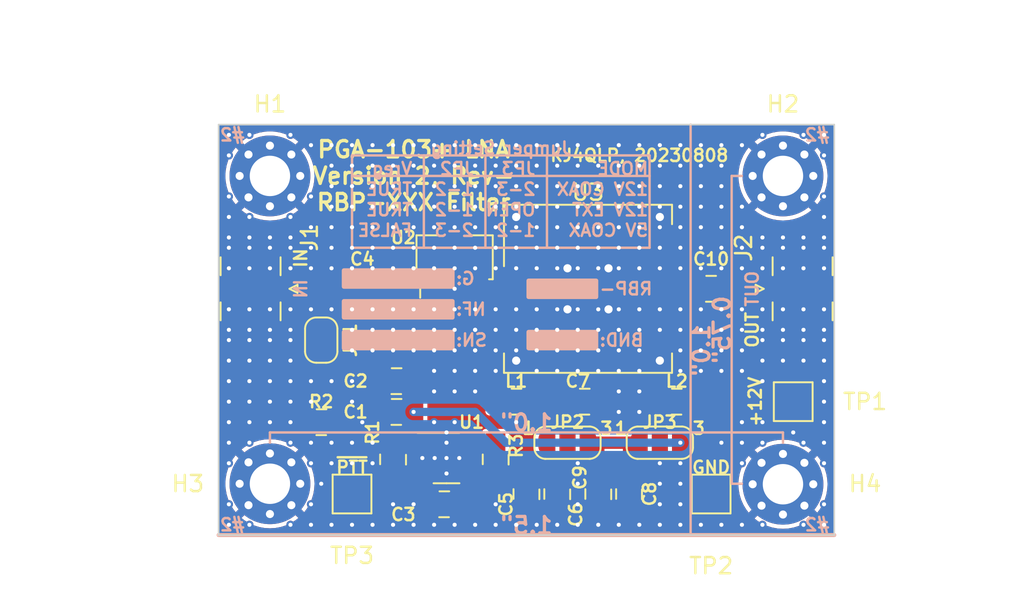
<source format=kicad_pcb>
(kicad_pcb (version 20221018) (generator pcbnew)
  (title_block (title "PGA-103+ Preamplifier, Version 1") (date "2023-08-08") (rev "-") (company "VTGS, GSN-DSA") (comment 1 "Preamplifier for VHF/UHF Satellite Rx") (comment 2 "Minicircuits RBP-XXX Variant") (comment 3 "creativecommons.org/licenses/by/4.0/") (comment 4 "License: CC BY 4.0") (comment 5 "Author: Zach Leffke, KJ4QLP"))
  (layers (0 "F.Cu" signal) (31 "B.Cu" signal) (34 "B.Paste" user) (35 "F.Paste" user) (36 "B.SilkS" user "B.Silkscreen") (37 "F.SilkS" user "F.Silkscreen") (38 "B.Mask" user) (39 "F.Mask" user) (44 "Edge.Cuts" user))
  (net 0 "")
  (net 1 "+12V")
  (net 2 "GND")
  (net 3 "Net-(U1-BP)")
  (net 4 "Net-(C4-Pad2)")
  (net 5 "Net-(J1-In)")
  (net 6 "+5V")
  (net 7 "Net-(JP1-B)")
  (net 8 "Net-(J2-In)")
  (net 9 "Net-(U3-OUT)")
  (net 10 "Net-(JP2-C)")
  (net 11 "Net-(U1-EN)")
  (net 12 "Net-(U1-OUT)")
  (net 13 "Net-(JP2-B)")
  (net 14 "Net-(JP3-C)")
  (net 15 "Net-(U3-IN)")
  (footprint "Jumper:SolderJumper-2_P1.3mm_Open_RoundedPad1.0x1.5mm" (layer "F.Cu") (at 101.6 114.935 -90)
    (fp_text reference "JP1")
    (fp_text value "SJO")
  )
  (footprint "digikey-footprints:0805" (layer "F.Cu") (at 118.745 124.46 90)
    (fp_text reference "C9")
    (fp_text value "0.1uF")
  )
  (footprint "digikey-footprints:0805" (layer "F.Cu") (at 106.045 122.335 -90)
    (fp_text reference "R1")
    (fp_text value "100k")
  )
  (footprint "digikey-footprints:0805" (layer "F.Cu") (at 120.65 124.46 90)
    (fp_text reference "C8")
    (fp_text value "1uF")
  )
  (footprint "digikey-footprints:0805" (layer "F.Cu") (at 106.265 119.38)
    (fp_text reference "C1")
    (fp_text value "1uF")
  )
  (footprint "Jumper:SolderJumper-3_P1.3mm_Open_RoundedPad1.0x1.5mm_NumberLabels" (layer "F.Cu") (at 122.555 121.285)
    (fp_text reference "JP3")
    (fp_text value "bias-tee")
  )
  (footprint "RF_Mini-Circuits:Mini-Circuits_GP731_LandPatternPL-176" (layer "F.Cu") (at 118.11 111.76)
    (fp_text reference "U3")
    (fp_text value "RBP-XXX")
  )
  (footprint "digikey-footprints:0805" (layer "F.Cu") (at 104.14 111.76)
    (fp_text reference "C4")
    (fp_text value "18pF")
  )
  (footprint "MountingHole:MountingHole_2.5mm_Pad_Via" (layer "F.Cu") (at 130.175 104.775)
    (fp_text reference "H2")
    (fp_text value "Hole")
  )
  (footprint "digikey-footprints:0805" (layer "F.Cu") (at 116.205 124.46 90)
    (fp_text reference "C6")
    (fp_text value "0.1uF")
  )
  (footprint "TestPoint:TestPoint_Pad_2.0x2.0mm" (layer "F.Cu") (at 130.81 118.745)
    (fp_text reference "TP1")
    (fp_text value "+12V")
  )
  (footprint "Jumper:SolderJumper-3_P1.3mm_Open_RoundedPad1.0x1.5mm_NumberLabels" (layer "F.Cu") (at 116.84 121.285)
    (fp_text reference "JP2")
    (fp_text value "bias-tee")
  )
  (footprint "Connector_Coaxial:SMA_Samtec_SMA-J-P-X-ST-EM1_EdgeMount" (layer "F.Cu") (at 131.245 111.76 90)
    (fp_text reference "J2")
    (fp_text value "RF_OUT")
  )
  (footprint "Connector_Coaxial:SMA_Samtec_SMA-J-P-X-ST-EM1_EdgeMount" (layer "F.Cu") (at 97.3725 111.76 -90)
    (fp_text reference "J1")
    (fp_text value "RF_IN")
  )
  (footprint "digikey-footprints:0805" (layer "F.Cu") (at 106.265 117.475)
    (fp_text reference "C2")
    (fp_text value "0.1uF")
  )
  (footprint "MountingHole:MountingHole_2.5mm_Pad_Via" (layer "F.Cu") (at 130.175 123.855)
    (fp_text reference "H4")
    (fp_text value "Hole")
  )
  (footprint "digikey-footprints:0805" (layer "F.Cu") (at 125.73 111.76)
    (fp_text reference "C10")
    (fp_text value "18pF")
  )
  (footprint "digikey-footprints:0805" (layer "F.Cu") (at 109.22 125.095)
    (fp_text reference "C3")
    (fp_text value "0.1uF")
  )
  (footprint "digikey-footprints:0805" (layer "F.Cu") (at 113.665 118.745 180)
    (fp_text reference "L1")
    (fp_text value "56nH")
  )
  (footprint "MountingHole:MountingHole_2.5mm_Pad_Via" (layer "F.Cu") (at 98.425 104.775)
    (fp_text reference "H1")
    (fp_text value "Hole")
  )
  (footprint "MountingHole:MountingHole_2.5mm_Pad_Via" (layer "F.Cu") (at 98.425 123.825)
    (fp_text reference "H3")
    (fp_text value "Hole")
  )
  (footprint "digikey-footprints:0805" (layer "F.Cu") (at 114.3 124.46 90)
    (fp_text reference "C5")
    (fp_text value "10uF")
  )
  (footprint "digikey-footprints:0805" (layer "F.Cu") (at 123.605 118.745)
    (fp_text reference "L2")
    (fp_text value "470uH")
  )
  (footprint "digikey-footprints:0805" (layer "F.Cu") (at 112.395 122.335 -90)
    (fp_text reference "R3")
    (fp_text value "0")
  )
  (footprint "Package_TO_SOT_SMD:SOT-23-5" (layer "F.Cu") (at 109.3525 122.235)
    (fp_text reference "U1")
    (fp_text value "SPX3819M5-L-5-0")
  )
  (footprint "digikey-footprints:0805" (layer "F.Cu") (at 101.6 120.015 180)
    (fp_text reference "R2")
    (fp_text value "DNP")
  )
  (footprint "TestPoint:TestPoint_Pad_2.0x2.0mm" (layer "F.Cu") (at 103.505 124.46)
    (fp_text reference "TP3")
    (fp_text value "PTT")
  )
  (footprint "TestPoint:TestPoint_Pad_2.0x2.0mm" (layer "F.Cu") (at 125.73 124.46)
    (fp_text reference "TP2")
    (fp_text value "GND")
  )
  (footprint "Package_TO_SOT_SMD:SOT-89-3" (layer "F.Cu") (at 109.855 109.81 90)
    (fp_text reference "U2")
    (fp_text value "PGA-103")
  )
  (footprint "digikey-footprints:0805" (layer "F.Cu") (at 117.89 118.745 180)
    (fp_text reference "C7")
    (fp_text value "18pF")
  )
  (gr_line (start 103.505 103.505) (end 121.92 103.505) (stroke (width 0.15)) (layer "B.SilkS"))
  (gr_line (start 115.57 103.505) (end 115.57 109.22) (stroke (width 0.15)) (layer "B.SilkS"))
  (gr_line (start 121.92 104.775) (end 103.505 104.775) (stroke (width 0.15)) (layer "B.SilkS"))
  (gr_line (start 121.92 109.22) (end 103.505 109.22) (stroke (width 0.15)) (layer "B.SilkS"))
  (gr_line (start 127 123.825) (end 127.635 123.825) (stroke (width 0.15)) (layer "B.SilkS"))
  (gr_line (start 103.505 109.22) (end 103.505 103.505) (stroke (width 0.15)) (layer "B.SilkS"))
  (gr_line (start 127 104.775) (end 127 123.825) (stroke (width 0.15)) (layer "B.SilkS"))
  (gr_line (start 121.92 103.505) (end 121.92 109.22) (stroke (width 0.15)) (layer "B.SilkS"))
  (gr_line (start 95.25 127) (end 133.35 127) (stroke (width 0.254)) (layer "B.SilkS"))
  (gr_line (start 130.175 120.65) (end 130.175 121.285) (stroke (width 0.15)) (layer "B.SilkS"))
  (gr_line (start 98.425 120.65) (end 98.425 121.285) (stroke (width 0.15)) (layer "B.SilkS"))
  (gr_line (start 98.425 120.65) (end 130.175 120.65) (stroke (width 0.15)) (layer "B.SilkS"))
  (gr_line (start 127.635 104.775) (end 127 104.775) (stroke (width 0.15)) (layer "B.SilkS"))
  (gr_line (start 107.95 103.505) (end 107.95 109.22) (stroke (width 0.15)) (layer "B.SilkS"))
  (gr_line (start 124.46 101.6) (end 124.46 127) (stroke (width 0.15)) (layer "B.SilkS"))
  (gr_line (start 111.76 109.22) (end 111.76 103.505) (stroke (width 0.15)) (layer "B.SilkS"))
  (gr_line (start 133.35 101.6) (end 133.35 127) (stroke (width 0.1)) (layer "Edge.Cuts"))
  (gr_line (start 95.25 101.6) (end 133.35 101.6) (stroke (width 0.1)) (layer "Edge.Cuts"))
  (gr_line (start 95.25 127) (end 95.25 101.6) (stroke (width 0.1)) (layer "Edge.Cuts"))
  (gr_line (start 133.35 127) (end 95.25 127) (stroke (width 0.1)) (layer "Edge.Cuts"))
  (gr_text "TRUE" (at 107.315 106.045) (layer "B.SilkS") (effects (font (size 0.762 0.762) (thickness 0.1524) bold) (justify left bottom mirror)))
  (gr_text "1-2" (at 114.935 108.585) (layer "B.SilkS") (effects (font (size 0.762 0.762) (thickness 0.1524) bold) (justify left bottom mirror)))
  (gr_text "IN" (at 100.33 111.76 90) (layer "B.SilkS") (effects (font (size 0.762 0.762) (thickness 0.1524) bold) (justify mirror)))
  (gr_text "5V COAX" (at 121.92 108.585) (layer "B.SilkS") (effects (font (size 0.762 0.762) (thickness 0.1524) bold) (justify left bottom mirror)))
  (gr_text "1-2" (at 111.125 106.045) (layer "B.SilkS") (effects (font (size 0.762 0.762) (thickness 0.1524) bold) (justify left bottom mirror)))
  (gr_text "2-3" (at 111.125 108.585) (layer "B.SilkS") (effects (font (size 0.762 0.762) (thickness 0.1524) bold) (justify left bottom mirror)))
  (gr_text "Jumper Setting" (at 112.7125 103.505) (layer "B.SilkS") (effects (font (size 0.762 0.762) (thickness 0.1524) bold) (justify bottom mirror)))
  (gr_text "BND:" (at 118.745 114.935) (layer "B.SilkS") (effects (font (size 0.762 0.762) (thickness 0.1524) bold) (justify right mirror)))
  (gr_text "G:" (at 109.855 111.125) (layer "B.SilkS") (effects (font (size 0.762 0.762) (thickness 0.1524) bold) (justify right mirror)))
  (gr_text "JP2" (at 111.125 104.775) (layer "B.SilkS") (effects (font (size 0.762 0.762) (thickness 0.1524) bold) (justify left bottom mirror)))
  (gr_text "0.75{dblquote}" (at 127 114.3 90) (layer "B.SilkS") (effects (font (size 1.016 1.016) (thickness 0.2032) bold) (justify bottom mirror)))
  (gr_text "SN:" (at 109.855 114.935) (layer "B.SilkS") (effects (font (size 0.762 0.762) (thickness 0.1524) bold) (justify right mirror)))
  (gr_text "FALSE" (at 107.315 108.585) (layer "B.SilkS") (effects (font (size 0.762 0.762) (thickness 0.1524) bold) (justify left bottom mirror)))
  (gr_text "1.0{dblquote}" (at 114.3 120.65) (layer "B.SilkS") (effects (font (size 1.016 1.016) (thickness 0.2032) bold) (justify bottom mirror)))
  (gr_text "1.0{dblquote}" (at 125.73 115.57 90) (layer "B.SilkS") (effects (font (size 1.016 1.016) (thickness 0.2032) bold) (justify bottom mirror)))
  (gr_text "MODE" (at 121.92 104.775) (layer "B.SilkS") (effects (font (size 0.762 0.762) (thickness 0.1524) bold) (justify left bottom mirror)))
  (gr_text "1.5{dblquote}" (at 114.3 127) (layer "B.SilkS") (effects (font (size 1.016 1.016) (thickness 0.2032) bold) (justify bottom mirror)))
  (gr_text "12V COAX" (at 121.92 106.045) (layer "B.SilkS") (effects (font (size 0.762 0.762) (thickness 0.1524) bold) (justify left bottom mirror)))
  (gr_text "Vreg" (at 107.315 104.775) (layer "B.SilkS") (effects (font (size 0.762 0.762) (thickness 0.1524) bold) (justify left bottom mirror)))
  (gr_text "NF:" (at 109.855 113.03) (layer "B.SilkS") (effects (font (size 0.762 0.762) (thickness 0.1524) bold) (justify right mirror)))
  (gr_text "#2" (at 131.445 126.365) (layer "B.SilkS") (effects (font (size 0.762 0.762) (thickness 0.1524) bold) (justify right mirror)))
  (gr_text "RBP-" (at 118.745 111.76) (layer "B.SilkS") (effects (font (size 0.762 0.762) (thickness 0.1524) bold) (justify right mirror)))
  (gr_text "#2" (at 95.25 102.235) (layer "B.SilkS") (effects (font (size 0.762 0.762) (thickness 0.1524) bold) (justify right mirror)))
  (gr_text "JP3" (at 114.935 104.775) (layer "B.SilkS") (effects (font (size 0.762 0.762) (thickness 0.1524) bold) (justify left bottom mirror)))
  (gr_text "#2" (at 95.25 126.365) (layer "B.SilkS") (effects (font (size 0.762 0.762) (thickness 0.1524) bold) (justify right mirror)))
  (gr_text "2-3" (at 114.935 106.045) (layer "B.SilkS") (effects (font (size 0.762 0.762) (thickness 0.1524) bold) (justify left bottom mirror)))
  (gr_text "#2" (at 131.445 102.235) (layer "B.SilkS") (effects (font (size 0.762 0.762) (thickness 0.1524) bold) (justify right mirror)))
  (gr_text "OUT" (at 128.27 111.76 90) (layer "B.SilkS") (effects (font (size 0.762 0.762) (thickness 0.1524) bold) (justify mirror)))
  (gr_text "12V EXT" (at 121.92 107.315) (layer "B.SilkS") (effects (font (size 0.762 0.762) (thickness 0.1524) bold) (justify left bottom mirror)))
  (gr_text "OPEN" (at 114.935 107.315) (layer "B.SilkS") (effects (font (size 0.762 0.762) (thickness 0.1524) bold) (justify left bottom mirror)))
  (gr_text "1-2" (at 111.125 107.315) (layer "B.SilkS") (effects (font (size 0.762 0.762) (thickness 0.1524) bold) (justify left bottom mirror)))
  (gr_text "TRUE" (at 107.315 107.315) (layer "B.SilkS") (effects (font (size 0.762 0.762) (thickness 0.1524) bold) (justify left bottom mirror)))
  (gr_text "IN" (at 100.33 109.855 90) (layer "F.SilkS") (effects (font (size 0.762 0.762) (thickness 0.1524) bold)))
  (gr_text "+12V" (at 128.905 118.745 90) (layer "F.SilkS") (effects (font (size 0.762 0.762) (thickness 0.1524) bold) (justify bottom)))
  (gr_text "GND" (at 125.73 123.26) (layer "F.SilkS") (effects (font (size 0.762 0.762) (thickness 0.1524) bold) (justify bottom)))
  (gr_text "KJ4QLP, 20230808" (at 121.285 103.505) (layer "F.SilkS") (effects (font (size 0.762 0.762) (thickness 0.1524) bold)))
  (gr_text "~{PTT}" (at 103.505 123.26) (layer "F.SilkS") (effects (font (size 0.762 0.762) (thickness 0.1524) bold) (justify bottom)))
  (gr_text "PGA-103+ LNA\nVersion 2, Rev-\nRBP-XXX Filter" (at 107.315 104.775) (layer "F.SilkS") (effects (font (size 1.016 1.016) (thickness 0.2032) bold)))
  (gr_text "OUT" (at 128.27 114.3 90) (layer "F.SilkS") (effects (font (size 0.762 0.762) (thickness 0.1524) bold)))
  (segment (start 127.635 118.745) (end 130.81 118.745) (width 0.762) (layer "F.Cu") (net 1))
  (segment (start 123.855 121.285) (end 125.095 121.285) (width 0.762) (layer "F.Cu") (net 1))
  (segment (start 108.215 121.285) (end 107.315 121.285) (width 0.508) (layer "F.Cu") (net 1))
  (segment (start 107.315 117.475) (end 107.315 119.38) (width 0.762) (layer "F.Cu") (net 1))
  (segment (start 125.095 121.285) (end 127.635 118.745) (width 0.762) (layer "F.Cu") (net 1))
  (segment (start 107.315 121.285) (end 106.045 121.285) (width 0.508) (layer "F.Cu") (net 1))
  (segment (start 107.315 119.38) (end 107.315 121.285) (width 0.508) (layer "F.Cu") (net 1))
  (via (at 123.825 121.285) (size 0.508) (drill 0.254) (layers "F.Cu" "B.Cu") (net 1))
  (via (at 107.315 119.38) (size 0.508) (drill 0.254) (layers "F.Cu" "B.Cu") (net 1))
  (segment (start 107.315 119.38) (end 111.125 119.38) (width 0.508) (layer "B.Cu") (net 1))
  (segment (start 113.03 121.285) (end 123.825 121.285) (width 0.508) (layer "B.Cu") (net 1))
  (segment (start 111.125 119.38) (end 113.03 121.285) (width 0.508) (layer "B.Cu") (net 1))
  (via (at 116.205 114.3) (size 0.508) (drill 0.254) (layers "F.Cu" "B.Cu") (net 2))
  (via (at 113.665 114.3) (size 0.508) (drill 0.254) (layers "F.Cu" "B.Cu") (net 2))
  (via (at 120.015 102.87) (size 0.508) (drill 0.254) (layers "F.Cu" "B.Cu") (net 2))
  (via (at 127.635 120.015) (size 0.508) (drill 0.254) (layers "F.Cu" "B.Cu") (net 2))
  (via (at 114.935 115.57) (size 0.508) (drill 0.254) (layers "F.Cu" "B.Cu") (net 2))
  (via (at 131.445 116.205) (size 0.508) (drill 0.254) (layers "F.Cu" "B.Cu") (net 2))
  (via (at 104.775 107.95) (size 0.508) (drill 0.254) (layers "F.Cu" "B.Cu") (net 2))
  (via (at 118.745 126.365) (size 0.508) (drill 0.254) (layers "F.Cu" "B.Cu") (net 2))
  (via (at 99.695 120.015) (size 0.508) (drill 0.254) (layers "F.Cu" "B.Cu") (net 2))
  (via (at 95.885 107.315) (size 0.508) (drill 0.254) (layers "F.Cu" "B.Cu") (net 2))
  (via (at 104.775 102.87) (size 0.508) (drill 0.254) (layers "F.Cu" "B.Cu") (net 2))
  (via (at 107.315 125.095) (size 0.508) (drill 0.254) (layers "F.Cu" "B.Cu") (net 2))
  (via (at 123.825 106.68) (size 0.508) (drill 0.254) (layers "F.Cu" "B.Cu") (net 2))
  (via (at 100.965 107.95) (size 0.508) (drill 0.254) (layers "F.Cu" "B.Cu") (net 2))
  (via (at 102.235 105.41) (size 0.508) (drill 0.254) (layers "F.Cu" "B.Cu") (net 2))
  (via (at 95.885 113.03) (size 0.508) (drill 0.254) (layers "F.Cu" "B.Cu") (net 2))
  (via (at 103.505 117.475) (size 0.508) (drill 0.254) (layers "F.Cu" "B.Cu") (net 2))
  (via (at 121.285 107.95) (size 0.508) (drill 0.254) (layers "F.Cu" "B.Cu") (net 2))
  (via (at 113.665 107.95) (size 0.508) (drill 0.254) (layers "F.Cu" "B.Cu") (net 2))
  (via (at 112.395 125.095) (size 0.508) (drill 0.254) (layers "F.Cu" "B.Cu") (net 2))
  (via (at 109.855 120.015) (size 0.508) (drill 0.254) (layers "F.Cu" "B.Cu") (net 2))
  (via (at 122.555 126.365) (size 0.508) (drill 0.254) (layers "F.Cu" "B.Cu") (net 2))
  (via (at 127.635 126.365) (size 0.508) (drill 0.254) (layers "F.Cu" "B.Cu") (net 2))
  (via (at 118.745 114.3) (size 0.508) (drill 0.254) (layers "F.Cu" "B.Cu") (net 2))
  (via (at 127.635 113.03) (size 0.508) (drill 0.254) (layers "F.Cu" "B.Cu") (net 2))
  (via (at 120.015 110.49) (size 0.508) (drill 0.254) (layers "F.Cu" "B.Cu") (net 2))
  (via (at 128.905 110.49) (size 0.508) (drill 0.254) (layers "F.Cu" "B.Cu") (net 2))
  (via (at 117.475 110.49) (size 0.508) (drill 0.254) (layers "F.Cu" "B.Cu") (net 2))
  (via (at 116.205 102.87) (size 0.508) (drill 0.254) (layers "F.Cu" "B.Cu") (net 2))
  (via (at 120.015 109.22) (size 0.508) (drill 0.254) (layers "F.Cu" "B.Cu") (net 2))
  (via (at 122.555 114.3) (size 0.508) (drill 0.254) (layers "F.Cu" "B.Cu") (net 2))
  (via (at 122.555 125.095) (size 0.508) (drill 0.254) (layers "F.Cu" "B.Cu") (net 2))
  (via (at 99.695 114.3) (size 0.508) (drill 0.254) (layers "F.Cu" "B.Cu") (net 2))
  (via (at 116.205 105.41) (size 0.508) (drill 0.254) (layers "F.Cu" "B.Cu") (net 2))
  (via (at 107.857 122.235) (size 0.508) (drill 0.254) (layers "F.Cu" "B.Cu") (net 2))
  (via (at 125.095 104.14) (size 0.508) (drill 0.254) (layers "F.Cu" "B.Cu") (net 2))
  (via (at 114.935 104.14) (size 0.508) (drill 0.254) (layers "F.Cu" "B.Cu") (net 2))
  (via (at 122.555 107.95) (size 0.508) (drill 0.254) (layers "F.Cu" "B.Cu") (net 2))
  (via (at 100.965 109.22) (size 0.508) (drill 0.254) (layers "F.Cu" "B.Cu") (net 2))
  (via (at 98.425 120.015) (size 0.508) (drill 0.254) (layers "F.Cu" "B.Cu") (net 2))
  (via (at 114.935 114.3) (size 0.508) (drill 0.254) (layers "F.Cu" "B.Cu") (net 2))
  (via (at 131.445 109.22) (size 0.508) (drill 0.254) (layers "F.Cu" "B.Cu") (net 2))
  (via (at 127.635 109.22) (size 0.508) (drill 0.254) (layers "F.Cu" "B.Cu") (net 2))
  (via (at 95.885 120.015) (size 0.508) (drill 0.254) (layers "F.Cu" "B.Cu") (net 2))
  (via (at 102.235 102.87) (size 0.508) (drill 0.254) (layers "F.Cu" "B.Cu") (net 2))
  (via (at 113.665 102.87) (size 0.508) (drill 0.254) (layers "F.Cu" "B.Cu") (net 2))
  (via (at 121.285 116.84) (size 0.508) (drill 0.254) (layers "F.Cu" "B.Cu") (net 2))
  (via (at 103.505 114.3) (size 0.508) (drill 0.254) (layers "F.Cu" "B.Cu") (net 2))
  (via (at 108.585 109.22) (size 0.508) (drill 0.254) (layers "F.Cu" "B.Cu") (net 2))
  (via (at 123.825 107.95) (size 0.508) (drill 0.254) (layers "F.Cu" "B.Cu") (net 2))
  (via (at 97.155 120.015) (size 0.508) (drill 0.254) (layers "F.Cu" "B.Cu") (net 2))
  (via (at 106.045 106.68) (size 0.508) (drill 0.254) (layers "F.Cu" "B.Cu") (net 2))
  (via (at 131.445 114.3) (size 0.508) (drill 0.254) (layers "F.Cu" "B.Cu") (net 2))
  (via (at 100.965 121.285) (size 0.508) (drill 0.254) (layers "F.Cu" "B.Cu") (net 2))
  (via (at 130.175 109.22) (size 0.508) (drill 0.254) (layers "F.Cu" "B.Cu") (net 2))
  (via (at 116.205 116.84) (size 0.508) (drill 0.254) (layers "F.Cu" "B.Cu") (net 2))
  (via (at 125.095 113.03) (size 0.508) (drill 0.254) (layers "F.Cu" "B.Cu") (net 2))
  (via (at 104.775 104.14) (size 0.508) (drill 0.254) (layers "F.Cu" "B.Cu") (net 2))
  (via (at 116.205 107.95) (size 0.508) (drill 0.254) (layers "F.Cu" "B.Cu") (net 2))
  (via (at 122.555 109.22) (size 0.508) (drill 0.254) (layers "F.Cu" "B.Cu") (net 2))
  (via (at 108.585 104.14) (size 0.508) (drill 0.254) (layers "F.Cu" "B.Cu") (net 2))
  (via (at 99.695 110.49) (size 0.508) (drill 0.254) (layers "F.Cu" "B.Cu") (net 2))
  (via (at 103.505 110.49) (size 0.508) (drill 0.254) (layers "F.Cu" "B.Cu") (net 2))
  (via (at 126.365 121.285) (size 0.508) (drill 0.254) (layers "F.Cu" "B.Cu") (net 2))
  (via (at 122.555 113.03) (size 0.508) (drill 0.254) (layers "F.Cu" "B.Cu") (net 2))
  (via (at 117.475 104.14) (size 0.508) (drill 0.254) (layers "F.Cu" "B.Cu") (net 2))
  (via (at 102.235 107.95) (size 0.508) (drill 0.254) (layers "F.Cu" "B.Cu") (net 2))
  (via (at 116.205 104.14) (size 0.508) (drill 0.254) (layers "F.Cu" "B.Cu") (net 2))
  (via (at 126.365 115.57) (size 0.508) (drill 0.254) (layers "F.Cu" "B.Cu") (net 2))
  (via (at 122.555 123.825) (size 0.508) (drill 0.254) (layers "F.Cu" "B.Cu") (net 2))
  (via (at 127.635 116.84) (size 0.508) (drill 0.254) (layers "F.Cu" "B.Cu") (net 2))
  (via (at 127.635 115.57) (size 0.508) (drill 0.254) (layers "F.Cu" "B.Cu") (net 2))
  (via (at 98.425 114.3) (size 0.508) (drill 0.254) (layers "F.Cu" "B.Cu") (net 2))
  (via (at 111.125 106.68) (size 0.508) (drill 0.254) (layers "F.Cu" "B.Cu") (net 2))
  (via (at 97.155 118.745) (size 0.508) (drill 0.254) (layers "F.Cu" "B.Cu") (net 2))
  (via (at 111.125 102.87) (size 0.508) (drill 0.254) (layers "F.Cu" "B.Cu") (net 2))
  (via (at 121.285 114.3) (size 0.508) (drill 0.254) (layers "F.Cu" "B.Cu") (net 2))
  (via (at 123.825 113.03) (size 0.508) (drill 0.254) (layers "F.Cu" "B.Cu") (net 2))
  (via (at 126.365 102.87) (size 0.508) (drill 0.254) (layers "F.Cu" "B.Cu") (net 2))
  (via (at 97.155 121.285) (size 0.508) (drill 0.254) (layers "F.Cu" "B.Cu") (net 2))
  (via (at 97.155 113.03) (size 0.508) (drill 0.254) (layers "F.Cu" "B.Cu") (net 2))
  (via (at 102.235 113.03) (size 0.508) (drill 0.254) (layers "F.Cu" "B.Cu") (net 2))
  (via (at 111.125 113.03) (size 0.508) (drill 0.254) (layers "F.Cu" "B.Cu") (net 2))
  (via (at 117.475 109.22) (size 0.508) (drill 0.254) (layers "F.Cu" "B.Cu") (net 2))
  (via (at 128.905 102.235) (size 0.508) (drill 0.254) (layers "F.Cu" "B.Cu") (net 2))
  (via (at 109.3525 120.65) (size 0.508) (drill 0.254) (layers "F.Cu" "B.Cu") (net 2))
  (via (at 97.155 102.235) (size 0.508) (drill 0.254) (layers "F.Cu" "B.Cu") (net 2))
  (via (at 131.445 113.03) (size 0.508) (drill 0.254) (layers "F.Cu" "B.Cu") (net 2))
  (via (at 104.775 122.555) (size 0.508) (drill 0.254) (layers "F.Cu" "B.Cu") (net 2))
  (via (at 117.475 105.41) (size 0.508) (drill 0.254) (layers "F.Cu" "B.Cu") (net 2))
  (via (at 117.475 116.84) (size 0.508) (drill 0.254) (layers "F.Cu" "B.Cu") (net 2))
  (via (at 109.3525 121.285) (size 0.508) (drill 0.254) (layers "F.Cu" "B.Cu") (net 2))
  (via (at 99.695 109.22) (size 0.508) (drill 0.254) (layers "F.Cu" "B.Cu") (net 2))
  (via (at 114.935 107.95) (size 0.508) (drill 0.254) (layers "F.Cu" "B.Cu") (net 2))
  (via (at 111.125 110.49) (size 0.508) (drill 0.254) (layers "F.Cu" "B.Cu") (net 2))
  (via (at 120.015 114.3) (size 0.508) (drill 0.254) (layers "F.Cu" "B.Cu") (net 2))
  (via (at 99.695 126.365) (size 0.508) (drill 0.254) (layers "F.Cu" "B.Cu") (net 2))
  (via (at 114.935 126.365) (size 0.508) (drill 0.254) (layers "F.Cu" "B.Cu") (net 2))
  (via (at 130.175 110.49) (size 0.508) (drill 0.254) (layers "F.Cu" "B.Cu") (net 2))
  (via (at 104.775 106.68) (size 0.508) (drill 0.254) (layers "F.Cu" "B.Cu") (net 2))
  (via (at 103.505 121.285) (size 0.508) (drill 0.254) (layers "F.Cu" "B.Cu") (net 2))
  (via (at 132.715 108.585) (size 0.508) (drill 0.254) (layers "F.Cu" "B.Cu") (net 2))
  (via (at 99.695 118.745) (size 0.508) (drill 0.254) (layers "F.Cu" "B.Cu") (net 2))
  (via (at 132.715 113.03) (size 0.508) (drill 0.254) (layers "F.Cu" "B.Cu") (net 2))
  (via (at 125.095 126.365) (size 0.508) (drill 0.254) (layers "F.Cu" "B.Cu") (net 2))
  (via (at 125.095 109.22) (size 0.508) (drill 0.254) (layers "F.Cu" "B.Cu") (net 2))
  (via (at 95.885 116.205) (size 0.508) (drill 0.254) (layers "F.Cu" "B.Cu") (net 2))
  (via (at 112.395 102.87) (size 0.508) (drill 0.254) (layers "F.Cu" "B.Cu") (net 2))
  (via (at 121.285 119.38) (size 0.508) (drill 0.254) (layers "F.Cu" "B.Cu") (net 2))
  (via (at 109.855 111.76) (size 0.508) (drill 0.254) (layers "F.Cu" "B.Cu") (net 2))
  (via (at 117.475 126.365) (size 0.508) (drill 0.254) (layers "F.Cu" "B.Cu") (net 2))
  (via (at 123.825 104.14) (size 0.508) (drill 0.254) (layers "F.Cu" "B.Cu") (net 2))
  (via (at 122.555 104.14) (size 0.508) (drill 0.254) (layers "F.Cu" "B.Cu") (net 2))
  (via (at 103.505 115.57) (size 0.508) (drill 0.254) (layers "F.Cu" "B.Cu") (net 2))
  (via (at 132.715 110.49) (size 0.508) (drill 0.254) (layers "F.Cu" "B.Cu") (net 2))
  (via (at 104.14 120.015) (size 0.508) (drill 0.254) (layers "F.Cu" "B.Cu") (net 2))
  (via (at 108.619 122.235) (size 0.508) (drill 0.254) (layers "F.Cu" "B.Cu") (net 2))
  (via (at 97.155 114.3) (size 0.508) (drill 0.254) (layers "F.Cu" "B.Cu") (net 2))
  (via (at 120.015 115.57) (size 0.508) (drill 0.254) (layers "F.Cu" "B.Cu") (net 2))
  (via (at 132.715 106.045) (size 0.508) (drill 0.254) (layers "F.Cu" "B.Cu") (net 2))
  (via (at 122.555 110.49) (size 0.508) (drill 0.254) (layers "F.Cu" "B.Cu") (net 2))
  (via (at 118.745 115.57) (size 0.508) (drill 0.254) (layers "F.Cu" "B.Cu") (net 2))
  (via (at 109.855 102.87) (size 0.508) (drill 0.254) (layers "F.Cu" "B.Cu") (net 2))
  (via (at 121.285 118.11) (size 0.508) (drill 0.254) (layers "F.Cu" "B.Cu") (net 2))
  (via (at 128.905 116.205) (size 0.508) (drill 0.254) (layers "F.Cu" "B.Cu") (net 2))
  (via (at 123.825 122.555) (size 0.508) (drill 0.254) (layers "F.Cu" "B.Cu") (net 2))
  (via (at 126.365 105.41) (size 0.508) (drill 0.254) (layers "F.Cu" "B.Cu") (net 2))
  (via (at 107.315 126.365) (size 0.508) (drill 0.254) (layers "F.Cu" "B.Cu") (net 2))
  (via (at 126.365 106.68) (size 0.508) (drill 0.254) (layers "F.Cu" "B.Cu") (net 2))
  (via (at 100.965 118.745) (size 0.508) (drill 0.254) (layers "F.Cu" "B.Cu") (net 2))
  (via (at 114.935 113.03) (size 0.508) (drill 0.254) (layers "F.Cu" "B.Cu") (net 2))
  (via (at 98.425 117.475) (size 0.508) (drill 0.254) (layers "F.Cu" "B.Cu") (net 2))
  (via (at 102.235 126.365) (size 0.508) (drill 0.254) (layers "F.Cu" "B.Cu") (net 2))
  (via (at 132.715 114.935) (size 0.508) (drill 0.254) (layers "F.Cu" "B.Cu") (net 2))
  (via (at 116.205 115.57) (size 0.508) (drill 0.254) (layers "F.Cu" "B.Cu") (net 2))
  (via (at 95.885 110.49) (size 0.508) (drill 0.254) (layers "F.Cu" "B.Cu") (net 2))
  (via (at 117.475 115.57) (size 0.508) (drill 0.254) (layers "F.Cu" "B.Cu") (net 2))
  (via (at 107.315 102.87) (size 0.508) (drill 0.254) (layers "F.Cu" "B.Cu") (net 2))
  (via (at 128.905 121.285) (size 0.508) (drill 0.254) (layers "F.Cu" "B.Cu") (net 2))
  (via (at 102.235 121.285) (size 0.508) (drill 0.254) (layers "F.Cu" "B.Cu") (net 2))
  (via (at 126.365 109.22) (size 0.508) (drill 0.254) (layers "F.Cu" "B.Cu") (net 2))
  (via (at 100.965 126.365) (size 0.508) (drill 0.254) (layers "F.Cu" "B.Cu") (net 2))
  (via (at 108.585 116.84) (size 0.508) (drill 0.254) (layers "F.Cu" "B.Cu") (net 2))
  (via (at 95.885 118.745) (size 0.508) (drill 0.254) (layers "F.Cu" "B.Cu") (net 2))
  (via (at 116.205 113.03) (size 0.508) (drill 0.254) (layers "F.Cu" "B.Cu") (net 2))
  (via (at 123.825 102.87) (size 0.508) (drill 0.254) (layers "F.Cu" "B.Cu") (net 2))
  (via (at 123.825 123.825) (size 0.508) (drill 0.254) (layers "F.Cu" "B.Cu") (net 2))
  (via (at 106.045 115.57) (size 0.508) (drill 0.254) (layers "F.Cu" "B.Cu") (net 2))
  (via (at 97.155 107.315) (size 0.508) (drill 0.254) (layers "F.Cu" "B.Cu") (net 2))
  (via (at 120.015 105.41) (size 0.508) (drill 0.254) (layers "F.Cu" "B.Cu") (net 2))
  (via (at 117.475 113.03) (size 0.508) (drill 0.254) (layers "F.Cu" "B.Cu") (net 2))
  (via (at 103.505 107.95) (size 0.508) (drill 0.254) (layers "F.Cu" "B.Cu") (net 2))
  (via (at 106.045 105.41) (size 0.508) (drill 0.254) (layers "F.Cu" "B.Cu") (net 2))
  (via (at 107.315 105.41) (size 0.508) (drill 0.254) (layers "F.Cu" "B.Cu") (net 2))
  (via (at 111.125 118.11) (size 0.508) (drill 0.254) (layers "F.Cu" "B.Cu") (net 2))
  (via (at 132.715 107.315) (size 0.508) (drill 0.254) (layers "F.Cu" "B.Cu") (net 2))
  (via (at 99.695 114.935) (size 0.508) (drill 0.254) (layers "F.Cu" "B.Cu") (net 2))
  (via (at 98.425 118.745) (size 0.508) (drill 0.254) (layers "F.Cu" "B.Cu") (net 2))
  (via (at 106.045 104.14) (size 0.508) (drill 0.254) (layers "F.Cu" "B.Cu") (net 2))
  (via (at 107.315 110.49) (size 0.508) (drill 0.254) (layers "F.Cu" "B.Cu") (net 2))
  (via (at 114.935 105.41) (size 0.508) (drill 0.254) (layers "F.Cu" "B.Cu") (net 2))
  (via (at 122.555 102.87) (size 0.508) (drill 0.254) (layers "F.Cu" "B.Cu") (net 2))
  (via (at 100.965 110.49) (size 0.508) (drill 0.254) (layers "F.Cu" "B.Cu") (net 2))
  (via (at 113.665 110.49) (size 0.508) (drill 0.254) (layers "F.Cu" "B.Cu") (net 2))
  (via (at 116.205 110.49) (size 0.508) (drill 0.254) (layers "F.Cu" "B.Cu") (net 2))
  (via (at 107.315 107.95) (size 0.508) (drill 0.254) (layers "F.Cu" "B.Cu") (net 2))
  (via (at 104.775 110.49) (size 0.508) (drill 0.254) (layers "F.Cu" "B.Cu") (net 2))
  (via (at 103.505 102.87) (size 0.508) (drill 0.254) (layers "F.Cu" "B.Cu") (net 2))
  (via (at 132.715 116.205) (size 0.508) (drill 0.254) (layers "F.Cu" "B.Cu") (net 2))
  (via (at 128.905 117.475) (size 0.508) (drill 0.254) (layers "F.Cu" "B.Cu") (net 2))
  (via (at 126.365 104.14) (size 0.508) (drill 0.254) (layers "F.Cu" "B.Cu") (net 2))
  (via (at 99.695 117.475) (size 0.508) (drill 0.254) (layers "F.Cu" "B.Cu") (net 2))
  (via (at 109.855 126.365) (size 0.508) (drill 0.254) (layers "F.Cu" "B.Cu") (net 2))
  (via (at 95.885 114.935) (size 0.508) (drill 0.254) (layers "F.Cu" "B.Cu") (net 2))
  (via (at 127.635 114.3) (size 0.508) (drill 0.254) (layers "F.Cu" "B.Cu") (net 2))
  (via (at 132.715 109.22) (size 0.508) (drill 0.254) (layers "F.Cu" "B.Cu") (net 2))
  (via (at 118.745 113.03) (size 0.508) (drill 0.254) (layers "F.Cu" "B.Cu") (net 2))
  (via (at 99.695 113.03) (size 0.508) (drill 0.254) (layers "F.Cu" "B.Cu") (net 2))
  (via (at 100.965 102.87) (size 0.508) (drill 0.254) (layers "F.Cu" "B.Cu") (net 2))
  (via (at 122.555 106.68) (size 0.508) (drill 0.254) (layers "F.Cu" "B.Cu") (net 2))
  (via (at 111.125 114.3) (size 0.508) (drill 0.254) (layers "F.Cu" "B.Cu") (net 2))
  (via (at 97.155 116.205) (size 0.508) (drill 0.254) (layers "F.Cu" "B.Cu") (net 2))
  (via (at 95.885 109.22) (size 0.508) (drill 0.254) (layers "F.Cu" "B.Cu") (net 2))
  (via (at 127.635 122.555) (size 0.508) (drill 0.254) (layers "F.Cu" "B.Cu") (net 2))
  (via (at 125.095 116.84) (size 0.508) (drill 0.254) (layers "F.Cu" "B.Cu") (net 2))
  (via (at 109.855 115.57) (size 0.508) (drill 0.254) (layers "F.Cu" "B.Cu") (net 2))
  (via (at 123.825 125.095) (size 0.508) (drill 0.254) (layers "F.Cu" "B.Cu") (net 2))
  (via (at 102.235 109.22) (size 0.508) (drill 0.254) (layers "F.Cu" "B.Cu") (net 2))
  (via (at 97.155 117.475) (size 0.508) (drill 0.254) (layers "F.Cu" "B.Cu") (net 2))
  (via (at 95.885 121.285) (size 0.508) (drill 0.254) (layers "F.Cu" "B.Cu") (net 2))
  (via (at 114.935 102.87) (size 0.508) (drill 0.254) (layers "F.Cu" "B.Cu") (net 2))
  (via (at 103.505 126.365) (size 0.508) (drill 0.254) (layers "F.Cu" "B.Cu") (net 2))
  (via (at 120.015 107.95) (size 0.508) (drill 0.254) (layers "F.Cu" "B.Cu") (net 2))
  (via (at 113.665 105.41) (size 0.508) (drill 0.254) (layers "F.Cu" "B.Cu") (net 2))
  (via (at 100.965 117.475) (size 0.508) (drill 0.254) (layers "F.Cu" "B.Cu") (net 2))
  (via (at 128.905 120.015) (size 0.508) (drill 0.254) (layers "F.Cu" "B.Cu") (net 2))
  (via (at 107.315 109.22) (size 0.508) (drill 0.254) (layers "F.Cu" "B.Cu") (net 2))
  (via (at 132.715 102.235) (size 0.508) (drill 0.254) (layers "F.Cu" "B.Cu") (net 2))
  (via (at 128.905 113.03) (size 0.508) (drill 0.254) (layers "F.Cu" "B.Cu") (net 2))
  (via (at 121.285 126.365) (size 0.508) (drill 0.254) (layers "F.Cu" "B.Cu") (net 2))
  (via (at 121.285 110.49) (size 0.508) (drill 0.254) (layers "F.Cu" "B.Cu") (net 2))
  (via (at 120.015 116.84) (size 0.508) (drill 0.254) (layers "F.Cu" "B.Cu") (net 2))
  (via (at 126.365 126.365) (size 0.508) (drill 0.254) (layers "F.Cu" "B.Cu") (net 2))
  (via (at 100.965 125.095) (size 0.508) (drill 0.254) (layers "F.Cu" "B.Cu") (net 2))
  (via (at 126.365 114.3) (size 0.508) (drill 0.254) (layers "F.Cu" "B.Cu") (net 2))
  (via (at 125.095 102.87) (size 0.508) (drill 0.254) (layers "F.Cu" "B.Cu") (net 2))
  (via (at 97.155 110.49) (size 0.508) (drill 0.254) (layers "F.Cu" "B.Cu") (net 2))
  (via (at 113.665 120.015) (size 0.508) (drill 0.254) (layers "F.Cu" "B.Cu") (net 2))
  (via (at 104.775 113.03) (size 0.508) (drill 0.254) (layers "F.Cu" "B.Cu") (net 2))
  (via (at 98.425 108.585) (size 0.508) (drill 0.254) (layers "F.Cu" "B.Cu") (net 2))
  (via (at 127.635 107.95) (size 0.508) (drill 0.254) (layers "F.Cu" "B.Cu") (net 2))
  (via (at 125.095 107.95) (size 0.508) (drill 0.254) (layers "F.Cu" "B.Cu") (net 2))
  (via (at 102.235 106.68) (size 0.508) (drill 0.254) (layers "F.Cu" "B.Cu") (net 2))
  (via (at 102.235 104.14) (size 0.508) (drill 0.254) (layers "F.Cu" "B.Cu") (net 2))
  (via (at 110.143 122.235) (size 0.508) (drill 0.254) (layers "F.Cu" "B.Cu") (net 2))
  (via (at 104.775 115.57) (size 0.508) (drill 0.254) (layers "F.Cu" "B.Cu") (net 2))
  (via (at 97.155 126.365) (size 0.508) (drill 0.254) (layers "F.Cu" "B.Cu") (net 2))
  (via (at 95.885 117.475) (size 0.508) (drill 0.254) (layers "F.Cu" "B.Cu") (net 2))
  (via (at 122.555 105.41) (size 0.508) (drill 0.254) (layers "F.Cu" "B.Cu") (net 2))
  (via (at 97.155 114.935) (size 0.508) (drill 0.254) (layers "F.Cu" "B.Cu") (net 2))
  (via (at 95.885 114.3) (size 0.508) (drill 0.254) (layers "F.Cu" "B.Cu") (net 2))
  (via (at 128.905 126.365) (size 0.508) (drill 0.254) (layers "F.Cu" "B.Cu") (net 2))
  (via (at 111.125 114.3) (size 0.508) (drill 0.254) (layers "F.Cu" "B.Cu") (net 2))
  (via (at 112.395 106.68) (size 0.508) (drill 0.254) (layers "F.Cu" "B.Cu") (net 2))
  (via (at 113.665 126.365) (size 0.508) (drill 0.254) (layers "F.Cu" "B.Cu") (net 2))
  (via (at 112.395 107.95) (size 0.508) (drill 0.254) (layers "F.Cu" "B.Cu") (net 2))
  (via (at 130.175 108.585) (size 0.508) (drill 0.254) (layers "F.Cu" "B.Cu") (net 2))
  (via (at 107.315 115.57) (size 0.508) (drill 0.254) (layers "F.Cu" "B.Cu") (net 2))
  (via (at 112.395 113.03) (size 0.508) (drill 0.254) (layers "F.Cu" "B.Cu") (net 2))
  (via (at 118.745 105.41) (size 0.508) (drill 0.254) (layers "F.Cu" "B.Cu") (net 2))
  (via (at 98.425 114.935) (size 0.508) (drill 0.254) (layers "F.Cu" "B.Cu") (net 2))
  (via (at 112.395 105.41) (size 0.508) (drill 0.254) (layers "F.Cu" "B.Cu") (net 2))
  (via (at 111.125 115.57) (size 0.508) (drill 0.254) (layers "F.Cu" "B.Cu") (net 2))
  (via (at 116.205 106.68) (size 0.508) (drill 0.254) (layers "F.Cu" "B.Cu") (net 2))
  (via (at 130.175 116.205) (size 0.508) (drill 0.254) (layers "F.Cu" "B.Cu") (net 2))
  (via (at 103.505 106.68) (size 0.508) (drill 0.254) (layers "F.Cu" "B.Cu") (net 2))
  (via (at 108.585 120.015) (size 0.508) (drill 0.254) (layers "F.Cu" "B.Cu") (net 2))
  (via (at 108.585 114.3) (size 0.508) (drill 0.254) (layers "F.Cu" "B.Cu") (net 2))
  (via (at 117.475 107.95) (size 0.508) (drill 0.254) (layers "F.Cu" "B.Cu") (net 2))
  (via (at 122.555 122.555) (size 0.508) (drill 0.254) (layers "F.Cu" "B.Cu") (net 2))
  (via (at 117.475 102.87) (size 0.508) (drill 0.254) (layers "F.Cu" "B.Cu") (net 2))
  (via (at 106.045 114.3) (size 0.508) (drill 0.254) (layers "F.Cu" "B.Cu") (net 2))
  (via (at 131.445 108.585) (size 0.508) (drill 0.254) (layers "F.Cu" "B.Cu") (net 2))
  (via (at 99.695 121.285) (size 0.508) (drill 0.254) (layers "F.Cu" "B.Cu") (net 2))
  (via (at 104.775 105.41) (size 0.508) (drill 0.254) (layers "F.Cu" "B.Cu") (net 2))
  (via (at 111.125 104.14) (size 0.508) (drill 0.254) (layers "F.Cu" "B.Cu") (net 2))
  (via (at 120.015 118.11) (size 0.508) (drill 0.254) (layers "F.Cu" "B.Cu") (net 2))
  (via (at 125.095 105.41) (size 0.508) (drill 0.254) (layers "F.Cu" "B.Cu") (net 2))
  (via (at 127.635 110.49) (size 0.508) (drill 0.254) (layers "F.Cu" "B.Cu") (net 2))
  (via (at 113.665 106.68) (size 0.508) (drill 0.254) (layers "F.Cu" "B.Cu") (net 2))
  (via (at 117.475 125.095) (size 0.508) (drill 0.254) (layers "F.Cu" "B.Cu") (net 2))
  (via (at 120.015 119.38) (size 0.508) (drill 0.254) (layers "F.Cu" "B.Cu") (net 2))
  (via (at 123.825 126.365) (size 0.508) (drill 0.254) (layers "F.Cu" "B.Cu") (net 2))
  (via (at 109.855 105.41) (size 0.508) (drill 0.254) (layers "F.Cu" "B.Cu") (net 2))
  (via (at 103.505 104.14) (size 0.508) (drill 0.254) (layers "F.Cu" "B.Cu") (net 2))
  (via (at 121.285 104.14) (size 0.508) (drill 0.254) (layers "F.Cu" "B.Cu") (net 2))
  (via (at 118.745 106.68) (size 0.508) (drill 0.254) (layers "F.Cu" "B.Cu") (net 2))
  (via (at 111.125 105.41) (size 0.508) (drill 0.254) (layers "F.Cu" "B.Cu") (net 2))
  (via (at 99.695 107.315) (size 0.508) (drill 0.254) (layers "F.Cu" "B.Cu") (net 2))
  (via (at 123.825 115.57) (size 0.508) (drill 0.254) (layers "F.Cu" "B.Cu") (net 2))
  (via (at 111.125 109.22) (size 0.508) (drill 0.254) (layers "F.Cu" "B.Cu") (net 2))
  (via (at 126.365 107.95) (size 0.508) (drill 0.254) (layers "F.Cu" "B.Cu") (net 2))
  (via (at 95.885 103.505) (size 0.508) (drill 0.254) (layers "F.Cu" "B.Cu") (net 2))
  (via (at 112.395 116.84) (size 0.508) (drill 0.254) (layers "F.Cu" "B.Cu") (net 2))
  (via (at 104.775 109.22) (size 0.508) (drill 0.254) (layers "F.Cu" "B.Cu") (net 2))
  (via (at 132.715 122.555) (size 0.508) (drill 0.254) (layers "F.Cu" "B.Cu") (net 2))
  (via (at 118.745 109.22) (size 0.508) (drill 0.254) (layers "F.Cu" "B.Cu") (net 2))
  (via (at 128.905 108.585) (size 0.508) (drill 0.254) (layers "F.Cu" "B.Cu") (net 2))
  (via (at 99.695 108.585) (size 0.508) (drill 0.254) (layers "F.Cu" "B.Cu") (net 2))
  (via (at 118.745 102.87) (size 0.508) (drill 0.254) (layers "F.Cu" "B.Cu") (net 2))
  (via (at 111.125 126.365) (size 0.508) (drill 0.254) (layers "F.Cu" "B.Cu") (net 2))
  (via (at 125.095 110.49) (size 0.508) (drill 0.254) (layers "F.Cu" "B.Cu") (net 2))
  (via (at 104.775 121.285) (size 0.508) (drill 0.254) (layers "F.Cu" "B.Cu") (net 2))
  (via (at 114.935 109.22) (size 0.508) (drill 0.254) (layers "F.Cu" "B.Cu") (net 2))
  (via (at 99.695 116.205) (size 0.508) (drill 0.254) (layers "F.Cu" "B.Cu") (net 2))
  (via (at 131.445 114.935) (size 0.508) (drill 0.254) (layers "F.Cu" "B.Cu") (net 2))
  (via (at 104.775 114.3) (size 0.508) (drill 0.254) (layers "F.Cu" "B.Cu") (net 2))
  (via (at 127.635 121.285) (size 0.508) (drill 0.254) (layers "F.Cu" "B.Cu") (net 2))
  (via (at 112.395 114.3) (size 0.508) (drill 0.254) (layers "F.Cu" "B.Cu") (net 2))
  (via (at 108.585 107.95) (size 0.508) (drill 0.254) (layers "F.Cu" "B.Cu") (net 2))
  (via (at 121.285 115.57) (size 0.508) (drill 0.254) (layers "F.Cu" "B.Cu") (net 2))
  (via (at 102.235 110.49) (size 0.508) (drill 0.254) (layers "F.Cu" "B.Cu") (net 2))
  (via (at 108.585 110.49) (size 0.508) (drill 0.254) (layers "F.Cu" "B.Cu") (net 2))
  (via (at 101.6 123.825) (size 0.508) (drill 0.254) (layers "F.Cu" "B.Cu") (net 2))
  (via (at 109.3525 123.19) (size 0.508) (drill 0.254) (layers "F.Cu" "B.Cu") (net 2))
  (via (at 102.235 122.555) (size 0.508) (drill 0.254) (layers "F.Cu" "B.Cu") (net 2))
  (via (at 112.395 115.57) (size 0.508) (drill 0.254) (layers "F.Cu" "B.Cu") (net 2))
  (via (at 114.935 106.68) (size 0.508) (drill 0.254) (layers "F.Cu" "B.Cu") (net 2))
  (via (at 130.175 113.03) (size 0.508) (drill 0.254) (layers "F.Cu" "B.Cu") (net 2))
  (via (at 125.095 114.3) (size 0.508) (drill 0.254) (layers "F.Cu" "B.Cu") (net 2))
  (via (at 108.585 115.57) (size 0.508) (drill 0.254) (layers "F.Cu" "B.Cu") (net 2))
  (via (at 100.965 113.03) (size 0.508) (drill 0.254) (layers "F.Cu" "B.Cu") (net 2))
  (via (at 132.715 103.505) (size 0.508) (drill 0.254) (layers "F.Cu" "B.Cu") (net 2))
  (via (at 132.715 126.365) (size 0.508) (drill 0.254) (layers "F.Cu" "B.Cu") (net 2))
  (via (at 100.965 106.045) (size 0.508) (drill 0.254) (layers "F.Cu" "B.Cu") (net 2))
  (via (at 123.825 114.3) (size 0.508) (drill 0.254) (layers "F.Cu" "B.Cu") (net 2))
  (via (at 128.905 114.3) (size 0.508) (drill 0.254) (layers "F.Cu" "B.Cu") (net 2))
  (via (at 106.045 109.22) (size 0.508) (drill 0.254) (layers "F.Cu" "B.Cu") (net 2))
  (via (at 127.635 102.87) (size 0.508) (drill 0.254) (layers "F.Cu" "B.Cu") (net 2))
  (via (at 131.445 102.235) (size 0.508) (drill 0.254) (layers "F.Cu" "B.Cu") (net 2))
  (via (at 102.235 117.475) (size 0.508) (drill 0.254) (layers "F.Cu" "B.Cu") (net 2))
  (via (at 127.635 106.68) (size 0.508) (drill 0.254) (layers "F.Cu" "B.Cu") (net 2))
  (via (at 112.395 126.365) (size 0.508) (drill 0.254) (layers "F.Cu" "B.Cu") (net 2))
  (via (at 131.445 121.285) (size 0.508) (drill 0.254) (layers "F.Cu" "B.Cu") (net 2))
  (via (at 103.505 109.22) (size 0.508) (drill 0.254) (layers "F.Cu" "B.Cu") (net 2))
  (via (at 123.825 105.41) (size 0.508) (drill 0.254) (layers "F.Cu" "B.Cu") (net 2))
  (via (at 130.175 114.935) (size 0.508) (drill 0.254) (layers "F.Cu" "B.Cu") (net 2))
  (via (at 98.425 113.03) (size 0.508) (drill 0.254) (layers "F.Cu" "B.Cu") (net 2))
  (via (at 113.665 109.22) (size 0.508) (drill 0.254) (layers "F.Cu" "B.Cu") (net 2))
  (via (at 106.045 107.95) (size 0.508) (drill 0.254) (layers "F.Cu" "B.Cu") (net 2))
  (via (at 103.505 118.745) (size 0.508) (drill 0.254) (layers "F.Cu" "B.Cu") (net 2))
  (via (at 106.045 125.095) (size 0.508) (drill 0.254) (layers "F.Cu" "B.Cu") (net 2))
  (via (at 108.585 118.11) (size 0.508) (drill 0.254) (layers "F.Cu" "B.Cu") (net 2))
  (via (at 132.715 114.3) (size 0.508) (drill 0.254) (layers "F.Cu" "B.Cu") (net 2))
  (via (at 116.205 109.22) (size 0.508) (drill 0.254) (layers "F.Cu" "B.Cu") (net 2))
  (via (at 130.81 120.65) (size 0.508) (drill 0.254) (layers "F.Cu" "B.Cu") (net 2))
  (via (at 111.125 107.95) (size 0.508) (drill 0.254) (layers "F.Cu" "B.Cu") (net 2))
  (via (at 118.745 107.95) (size 0.508) (drill 0.254) (layers "F.Cu" "B.Cu") (net 2))
  (via (at 123.825 116.84) (size 0.508) (drill 0.254) (layers "F.Cu" "B.Cu") (net 2))
  (via (at 132.715 118.745) (size 0.508) (drill 0.254) (layers "F.Cu" "B.Cu") (net 2))
  (via (at 121.285 102.87) (size 0.508) (drill 0.254) (layers "F.Cu" "B.Cu") (net 2))
  (via (at 121.285 109.22) (size 0.508) (drill 0.254) (layers "F.Cu" "B.Cu") (net 2))
  (via (at 130.175 114.3) (size 0.508) (drill 0.254) (layers "F.Cu" "B.Cu") (net 2))
  (via (at 132.715 117.475) (size 0.508) (drill 0.254) (layers "F.Cu" "B.Cu") (net 2))
  (via (at 106.045 113.03) (size 0.508) (drill 0.254) (layers "F.Cu" "B.Cu") (net 2))
  (via (at 95.885 125.095) (size 0.508) (drill 0.254) (layers "F.Cu" "B.Cu") (net 2))
  (via (at 109.855 106.68) (size 0.508) (drill 0.254) (layers "F.Cu" "B.Cu") (net 2))
  (via (at 106.045 110.49) (size 0.508) (drill 0.254) (layers "F.Cu" "B.Cu") (net 2))
  (via (at 109.855 109.22) (size 0.508) (drill 0.254) (layers "F.Cu" "B.Cu") (net 2))
  (via (at 107.315 106.68) (size 0.508) (drill 0.254) (layers "F.Cu" "B.Cu") (net 2))
  (via (at 114.935 110.49) (size 0.508) (drill 0.254) (layers "F.Cu" "B.Cu") (net 2))
  (via (at 109.3525 122.235) (size 0.508) (drill 0.254) (layers "F.Cu" "B.Cu") (net 2))
  (via (at 112.395 109.22) (size 0.508) (drill 0.254) (layers "F.Cu" "B.Cu") (net 2))
  (via (at 106.045 126.365) (size 0.508) (drill 0.254) (layers "F.Cu" "B.Cu") (net 2))
  (via (at 109.855 113.03) (size 0.508) (drill 0.254) (layers "F.Cu" "B.Cu") (net 2))
  (via (at 120.015 106.68) (size 0.508) (drill 0.254) (layers "F.Cu" "B.Cu") (net 2))
  (via (at 118.745 110.49) (size 0.508) (drill 0.254) (layers "F.Cu" "B.Cu") (net 2))
  (via (at 126.365 110.49) (size 0.508) (drill 0.254) (layers "F.Cu" "B.Cu") (net 2))
  (via (at 95.885 102.235) (size 0.508) (drill 0.254) (layers "F.Cu" "B.Cu") (net 2))
  (via (at 109.855 114.3) (size 0.508) (drill 0.254) (layers "F.Cu" "B.Cu") (net 2))
  (via (at 131.445 126.365) (size 0.508) (drill 0.254) (layers "F.Cu" "B.Cu") (net 2))
  (via (at 121.285 106.68) (size 0.508) (drill 0.254) (layers "F.Cu" "B.Cu") (net 2))
  (via (at 95.885 126.365) (size 0.508) (drill 0.254) (layers "F.Cu" "B.Cu") (net 2))
  (via (at 107.315 113.03) (size 0.508) (drill 0.254) (layers "F.Cu" "B.Cu") (net 2))
  (via (at 111.125 116.84) (size 0.508) (drill 0.254) (layers "F.Cu" "B.Cu") (net 2))
  (via (at 95.885 106.045) (size 0.508) (drill 0.254) (layers "F.Cu" "B.Cu") (net 2))
  (via (at 95.885 122.555) (size 0.508) (drill 0.254) (layers "F.Cu" "B.Cu") (net 2))
  (via (at 109.855 110.49) (size 0.508) (drill 0.254) (layers "F.Cu" "B.Cu") (net 2))
  (via (at 128.905 114.935) (size 0.508) (drill 0.254) (layers "F.Cu" "B.Cu") (net 2))
  (via (at 121.285 105.41) (size 0.508) (drill 0.254) (layers "F.Cu" "B.Cu") (net 2))
  (via (at 131.445 110.49) (size 0.508) (drill 0.254) (layers "F.Cu" "B.Cu") (net 2))
  (via (at 98.425 110.49) (size 0.508) (drill 0.254) (layers "F.Cu" "B.Cu") (net 2))
  (via (at 116.205 126.365) (size 0.508) (drill 0.254) (layers "F.Cu" "B.Cu") (net 2))
  (via (at 118.745 116.84) (size 0.508) (drill 0.254) (layers "F.Cu" "B.Cu") (net 2))
  (via (at 103.505 122.555) (size 0.508) (drill 0.254) (layers "F.Cu" "B.Cu") (net 2))
  (via (at 120.015 104.14) (size 0.508) (drill 0.254) (layers "F.Cu" "B.Cu") (net 2))
  (via (at 108.585 113.03) (size 0.508) (drill 0.254) (layers "F.Cu" "B.Cu") (net 2))
  (via (at 108.585 106.68) (size 0.508) (drill 0.254) (layers "F.Cu" "B.Cu") (net 2))
  (via (at 123.825 110.49) (size 0.508) (drill 0.254) (layers "F.Cu" "B.Cu") (net 2))
  (via (at 109.855 107.95) (size 0.508) (drill 0.254) (layers "F.Cu" "B.Cu") (net 2))
  (via (at 113.665 104.14) (size 0.508) (drill 0.254) (layers "F.Cu" "B.Cu") (net 2))
  (via (at 99.695 102.235) (size 0.508) (drill 0.254) (layers "F.Cu" "B.Cu") (net 2))
  (via (at 114.935 116.84) (size 0.508) (drill 0.254) (layers "F.Cu" "B.Cu") (net 2))
  (via (at 109.855 118.11) (size 0.508) (drill 0.254) (layers "F.Cu" "B.Cu") (net 2))
  (via (at 120.015 126.365) (size 0.508) (drill 0.254) (layers "F.Cu" "B.Cu") (net 2))
  (via (at 132.715 125.095) (size 0.508) (drill 0.254) (layers "F.Cu" "B.Cu") (net 2))
  (via (at 121.285 113.03) (size 0.508) (drill 0.254) (layers "F.Cu" "B.Cu") (net 2))
  (via (at 108.585 105.41) (size 0.508) (drill 0.254) (layers "F.Cu" "B.Cu") (net 2))
  (via (at 107.315 114.3) (size 0.508) (drill 0.254) (layers "F.Cu" "B.Cu") (net 2))
  (via (at 117.475 106.68) (size 0.508) (drill 0.254) (layers "F.Cu" "B.Cu") (net 2))
  (via (at 112.395 110.49) (size 0.508) (drill 0.254) (layers "F.Cu" "B.Cu") (net 2))
  (via (at 128.905 109.22) (size 0.508) (drill 0.254) (layers "F.Cu" "B.Cu") (net 2))
  (via (at 100.965 122.555) (size 0.508) (drill 0.254) (layers "F.Cu" "B.Cu") (net 2))
  (via (at 125.095 115.57) (size 0.508) (drill 0.254) (layers "F.Cu" "B.Cu") (net 2))
  (via (at 106.045 102.87) (size 0.508) (drill 0.254) (layers "F.Cu" "B.Cu") (net 2))
  (via (at 118.745 104.14) (size 0.508) (drill 0.254) (layers "F.Cu" "B.Cu") (net 2))
  (via (at 104.775 126.365) (size 0.508) (drill 0.254) (layers "F.Cu" "B.Cu") (net 2))
  (via (at 125.095 106.68) (size 0.508) (drill 0.254) (layers "F.Cu" "B.Cu") (net 2))
  (via (at 97.155 108.585) (size 0.508) (drill 0.254) (layers "F.Cu" "B.Cu") (net 2))
  (via (at 103.505 113.03) (size 0.508) (drill 0.254) (layers "F.Cu" "B.Cu") (net 2))
  (via (at 95.885 108.585) (size 0.508) (drill 0.254) (layers "F.Cu" "B.Cu") (net 2))
  (via (at 111.125 115.57) (size 0.508) (drill 0.254) (layers "F.Cu" "B.Cu") (net 2))
  (via (at 103.505 105.41) (size 0.508) (drill 0.254) (layers "F.Cu" "B.Cu") (net 2))
  (via (at 107.315 104.14) (size 0.508) (drill 0.254) (layers "F.Cu" "B.Cu") (net 2))
  (via (at 117.475 114.3) (size 0.508) (drill 0.254) (layers "F.Cu" "B.Cu") (net 2))
  (via (at 132.715 120.015) (size 0.508) (drill 0.254) (layers "F.Cu" "B.Cu") (net 2))
  (via (at 98.425 109.22) (size 0.508) (drill 0.254) (layers "F.Cu" "B.Cu") (net 2))
  (via (at 123.825 109.22) (size 0.508) (drill 0.254) (layers "F.Cu" "B.Cu") (net 2))
  (via (at 113.665 115.57) (size 0.508) (drill 0.254) (layers "F.Cu" "B.Cu") (net 2))
  (via (at 112.395 104.14) (size 0.508) (drill 0.254) (layers "F.Cu" "B.Cu") (net 2))
  (via (at 117.475 123.825) (size 0.508) (drill 0.254) (layers "F.Cu" "B.Cu") (net 2))
  (via (at 108.585 126.365) (size 0.508) (drill 0.254) (layers "F.Cu" "B.Cu") (net 2))
  (via (at 126.365 113.03) (size 0.508) (drill 0.254) (layers "F.Cu" "B.Cu") (net 2))
  (via (at 126.365 116.84) (size 0.508) (drill 0.254) (layers "F.Cu" "B.Cu") (net 2))
  (via (at 108.585 102.87) (size 0.508) (drill 0.254) (layers "F.Cu" "B.Cu") (net 2))
  (via (at 109.855 116.84) (size 0.508) (drill 0.254) (layers "F.Cu" "B.Cu") (net 2))
  (via (at 98.425 116.205) (size 0.508) (drill 0.254) (layers "F.Cu" "B.Cu") (net 2))
  (via (at 120.015 113.03) (size 0.508) (drill 0.254) (layers "F.Cu" "B.Cu") (net 2))
  (via (at 132.715 121.285) (size 0.508) (drill 0.254) (layers "F.Cu" "B.Cu") (net 2))
  (via (at 109.855 104.14) (size 0.508) (drill 0.254) (layers "F.Cu" "B.Cu") (net 2))
  (via (at 117.475 122.555) (size 0.508) (drill 0.254) (layers "F.Cu" "B.Cu") (net 2))
  (via (at 113.665 113.03) (size 0.508) (drill 0.254) (layers "F.Cu" "B.Cu") (net 2))
  (via (at 97.155 109.22) (size 0.508) (drill 0.254) (layers "F.Cu" "B.Cu") (net 2))
  (segment (start 110.49 123.185) (end 110.49 124.875) (width 0.508) (layer "F.Cu") (net 3))
  (segment (start 110.49 124.875) (end 110.27 125.095) (width 0.508) (layer "F.Cu") (net 3))
  (segment (start 105.19 111.76) (end 107.95 111.76) (width 1.27) (layer "F.Cu") (net 4))
  (segment (start 108.355 111.76) (end 107.95 111.76) (width 0.508) (layer "F.Cu") (net 4))
  (segment (start 101.6 111.76) (end 103.09 111.76) (width 1.27) (layer "F.Cu") (net 5))
  (segment (start 101.6 114.285) (end 101.6 111.76) (width 0.254) (layer "F.Cu") (net 5))
  (segment (start 97.1725 111.76) (end 101.6 111.76) (width 1.27) (layer "F.Cu") (net 5))
  (segment (start 114.275 123.385) (end 114.3 123.41) (width 0.762) (layer "F.Cu") (net 6))
  (segment (start 116.205 123.41) (end 115.57 123.41) (width 0.762) (layer "F.Cu") (net 6))
  (segment (start 115.54 121.285) (end 115.54 123.38) (width 0.762) (layer "F.Cu") (net 6))
  (segment (start 115.54 123.38) (end 115.57 123.41) (width 0.762) (layer "F.Cu") (net 6))
  (segment (start 112.395 123.385) (end 114.275 123.385) (width 0.762) (layer "F.Cu") (net 6))
  (segment (start 115.57 123.41) (end 114.3 123.41) (width 0.762) (layer "F.Cu") (net 6))
  (segment (start 102.65 120.015) (end 102.65 119.16) (width 0.254) (layer "F.Cu") (net 7))
  (segment (start 102.65 119.16) (end 101.6 118.11) (width 0.254) (layer "F.Cu") (net 7))
  (segment (start 101.6 118.11) (end 101.6 115.585) (width 0.254) (layer "F.Cu") (net 7))
  (segment (start 127 117.475) (end 125.73 118.745) (width 0.254) (layer "F.Cu") (net 8))
  (segment (start 124.655 118.745) (end 125.095 118.745) (width 0.254) (layer "F.Cu") (net 8))
  (segment (start 125.095 118.745) (end 125.095 118.558341) (width 0.254) (layer "F.Cu") (net 8))
  (segment (start 131.445 111.76) (end 126.78 111.76) (width 1.27) (layer "F.Cu") (net 8))
  (segment (start 125.73 118.745) (end 124.655 118.745) (width 0.254) (layer "F.Cu") (net 8))
  (segment (start 126.78 111.76) (end 127 111.98) (width 0.254) (layer "F.Cu") (net 8))
  (segment (start 127 111.98) (end 127 117.475) (width 0.254) (layer "F.Cu") (net 8))
  (segment (start 122.174 111.76) (end 124.68 111.76) (width 1.016) (layer "F.Cu") (net 9))
  (segment (start 116.84 118.745) (end 114.715 118.745) (width 0.762) (layer "F.Cu") (net 10))
  (segment (start 116.84 121.285) (end 116.84 118.745) (width 0.762) (layer "F.Cu") (net 10))
  (segment (start 108.215 123.185) (end 106.245 123.185) (width 0.508) (layer "F.Cu") (net 11))
  (segment (start 106.045 123.385) (end 106.045 123.825) (width 0.508) (layer "F.Cu") (net 11))
  (segment (start 105.41 124.46) (end 103.505 124.46) (width 0.508) (layer "F.Cu") (net 11))
  (segment (start 106.245 123.185) (end 106.045 123.385) (width 0.508) (layer "F.Cu") (net 11))
  (segment (start 106.045 123.825) (end 105.41 124.46) (width 0.508) (layer "F.Cu") (net 11))
  (segment (start 110.49 121.285) (end 112.395 121.285) (width 0.508) (layer "F.Cu") (net 12))
  (segment (start 120.65 121.285) (end 121.255 121.285) (width 0.762) (layer "F.Cu") (net 13))
  (segment (start 120.65 123.41) (end 120.65 121.285) (width 0.762) (layer "F.Cu") (net 13))
  (segment (start 118.745 121.285) (end 118.14 121.285) (width 0.762) (layer "F.Cu") (net 13))
  (segment (start 118.14 121.285) (end 121.255 121.285) (width 0.762) (layer "F.Cu") (net 13))
  (segment (start 118.745 123.41) (end 118.745 121.285) (width 0.762) (layer "F.Cu") (net 13))
  (segment (start 122.555 121.285) (end 122.555 118.745) (width 0.762) (layer "F.Cu") (net 14))
  (segment (start 111.355 111.76) (end 111.76 111.76) (width 0.508) (layer "F.Cu") (net 15))
  (segment (start 111.76 118.745) (end 111.76 111.76) (width 0.254) (layer "F.Cu") (net 15))
  (segment (start 114.046 111.76) (end 111.76 111.76) (width 1.016) (layer "F.Cu") (net 15))
  (segment (start 112.615 118.745) (end 111.76 118.745) (width 0.254) (layer "F.Cu") (net 15))
  (zone (net 2) (net_name "GND") (layers "F&B.Cu") (connect_pads (clearance 0.254)) (min_thickness 0.254) (fill yes (thermal_gap 0.254) (thermal_bridge_width 0.508))
    (polygon (pts (xy 95.25 101.6) (xy 133.35 101.6) (xy 133.35 127) (xy 95.25 127)))
  )
  (zone (net 0) (net_name "") (layer "B.SilkS") (connect_pads (clearance 0.254)) (min_thickness 0.254) (fill yes (thermal_gap 0.254) (thermal_bridge_width 0.508))
    (polygon (pts (xy 102.87 114.3) (xy 109.855 114.3) (xy 109.855 115.57) (xy 102.87 115.57)))
  )
  (zone (net 0) (net_name "") (layer "B.SilkS") (connect_pads (clearance 0.254)) (min_thickness 0.254) (fill yes (thermal_gap 0.254) (thermal_bridge_width 0.508))
    (polygon (pts (xy 109.855 112.395) (xy 102.87 112.395) (xy 102.87 113.665) (xy 109.855 113.665)))
  )
  (zone (net 0) (net_name "") (layer "B.SilkS") (connect_pads (clearance 0.254)) (min_thickness 0.254) (fill yes (thermal_gap 0.254) (thermal_bridge_width 0.508))
    (polygon (pts (xy 109.855 111.76) (xy 102.87 111.76) (xy 102.87 110.49) (xy 109.855 110.49)))
  )
  (zone (net 0) (net_name "") (layer "B.SilkS") (connect_pads (clearance 0.254)) (min_thickness 0.254) (fill yes (thermal_gap 0.254) (thermal_bridge_width 0.508))
    (polygon (pts (xy 114.3 114.3) (xy 118.745 114.3) (xy 118.745 115.57) (xy 114.3 115.57)))
  )
  (zone (net 0) (net_name "") (layer "B.SilkS") (connect_pads (clearance 0.254)) (min_thickness 0.254) (fill yes (thermal_gap 0.254) (thermal_bridge_width 0.508))
    (polygon (pts (xy 114.3 111.125) (xy 118.745 111.125) (xy 118.745 112.395) (xy 114.3 112.395)))
  )
)
</source>
